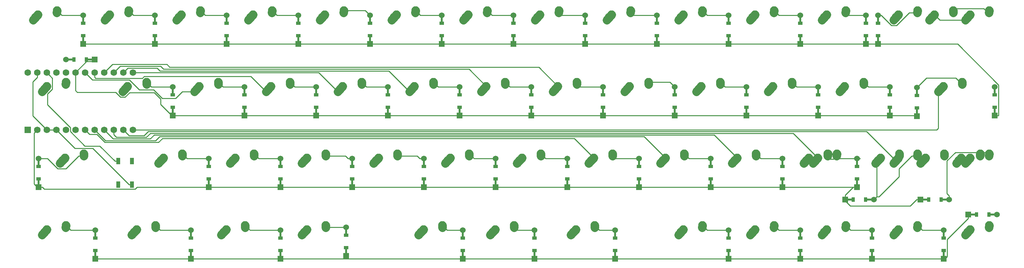
<source format=gbr>
G04 #@! TF.GenerationSoftware,KiCad,Pcbnew,(5.1.2)-1*
G04 #@! TF.CreationDate,2020-02-17T17:06:44-06:00*
G04 #@! TF.ProjectId,SL40,534c3430-2e6b-4696-9361-645f70636258,rev?*
G04 #@! TF.SameCoordinates,Original*
G04 #@! TF.FileFunction,Copper,L2,Bot*
G04 #@! TF.FilePolarity,Positive*
%FSLAX46Y46*%
G04 Gerber Fmt 4.6, Leading zero omitted, Abs format (unit mm)*
G04 Created by KiCad (PCBNEW (5.1.2)-1) date 2020-02-17 17:06:44*
%MOMM*%
%LPD*%
G04 APERTURE LIST*
%ADD10C,2.250000*%
%ADD11C,2.250000*%
%ADD12R,1.524000X0.500000*%
%ADD13C,1.524000*%
%ADD14R,1.524000X1.524000*%
%ADD15R,0.900000X1.200000*%
%ADD16R,1.200000X0.900000*%
%ADD17R,0.500000X1.524000*%
%ADD18R,1.100000X1.800000*%
%ADD19C,1.752600*%
%ADD20R,1.752600X1.752600*%
%ADD21C,0.250000*%
G04 APERTURE END LIST*
D10*
X262076527Y-96016269D03*
D11*
X262056250Y-96306250D02*
X262096804Y-95726288D01*
D10*
X262096250Y-95726250D03*
X256402519Y-97537390D03*
D11*
X255746250Y-98266250D02*
X257058788Y-96808530D01*
D10*
X257056250Y-96806250D03*
X268962500Y-96806250D03*
X268307501Y-97536250D03*
D11*
X267652500Y-98266250D02*
X268962502Y-96806250D01*
D10*
X274002500Y-95726250D03*
X273982500Y-96016250D03*
D11*
X273962500Y-96306250D02*
X274002500Y-95726250D01*
D12*
X237013750Y-107950000D03*
X242093750Y-107950000D03*
D13*
X243363750Y-107950000D03*
D14*
X235743750Y-107950000D03*
D15*
X241203750Y-107950000D03*
X237903750Y-107950000D03*
D10*
X231120277Y-96016269D03*
D11*
X231100000Y-96306250D02*
X231140554Y-95726288D01*
D10*
X231140000Y-95726250D03*
X225445001Y-97536250D03*
D11*
X224790000Y-98266250D02*
X226100002Y-96806250D01*
D10*
X226100000Y-96806250D03*
X245150000Y-96806250D03*
X244496269Y-97537390D03*
D11*
X243840000Y-98266250D02*
X245152538Y-96808530D01*
D10*
X250190000Y-95726250D03*
X250170000Y-96016250D03*
D11*
X250150000Y-96306250D02*
X250190000Y-95726250D01*
D10*
X266581250Y-96806250D03*
X265927519Y-97537390D03*
D11*
X265271250Y-98266250D02*
X266583788Y-96808530D01*
D10*
X271621250Y-95726250D03*
X271601250Y-96016250D03*
D11*
X271581250Y-96306250D02*
X271621250Y-95726250D01*
D16*
X103187500Y-120712500D03*
X103187500Y-117412500D03*
D14*
X103187500Y-122872500D03*
D13*
X103187500Y-115252500D03*
D17*
X103187500Y-116522500D03*
X103187500Y-121602500D03*
D16*
X134143750Y-121506250D03*
X134143750Y-118206250D03*
D14*
X134143750Y-123666250D03*
D13*
X134143750Y-116046250D03*
D17*
X134143750Y-117316250D03*
X134143750Y-122396250D03*
D10*
X164187500Y-115856250D03*
X163533769Y-116587390D03*
D11*
X162877500Y-117316250D02*
X164190038Y-115858530D01*
D10*
X169227500Y-114776250D03*
X169207500Y-115066250D03*
D11*
X169187500Y-115356250D02*
X169227500Y-114776250D01*
D16*
X174625000Y-121506250D03*
X174625000Y-118206250D03*
D14*
X174625000Y-123666250D03*
D13*
X174625000Y-116046250D03*
D17*
X174625000Y-117316250D03*
X174625000Y-122396250D03*
X204787500Y-122396250D03*
X204787500Y-117316250D03*
D13*
X204787500Y-116046250D03*
D14*
X204787500Y-123666250D03*
D16*
X204787500Y-118206250D03*
X204787500Y-121506250D03*
D10*
X123706250Y-115856250D03*
X123052519Y-116587390D03*
D11*
X122396250Y-117316250D02*
X123708788Y-115858530D01*
D10*
X128746250Y-114776250D03*
X128726250Y-115066250D03*
D11*
X128706250Y-115356250D02*
X128746250Y-114776250D01*
D10*
X97770000Y-115066250D03*
D11*
X97750000Y-115356250D02*
X97790000Y-114776250D01*
D10*
X97790000Y-114776250D03*
X92096269Y-116587390D03*
D11*
X91440000Y-117316250D02*
X92752538Y-115858530D01*
D10*
X92750000Y-115856250D03*
X192762500Y-115856250D03*
X192108769Y-116587390D03*
D11*
X191452500Y-117316250D02*
X192765038Y-115858530D01*
D10*
X197802500Y-114776250D03*
X197782500Y-115066250D03*
D11*
X197762500Y-115356250D02*
X197802500Y-114776250D01*
D10*
X259437500Y-58706250D03*
X258783769Y-59437390D03*
D11*
X258127500Y-60166250D02*
X259440038Y-58708530D01*
D10*
X264477500Y-57626250D03*
X264457777Y-57916269D03*
D11*
X264437500Y-58206250D02*
X264478054Y-57626288D01*
D17*
X33337500Y-65246250D03*
X33337500Y-60166250D03*
D13*
X33337500Y-58896250D03*
D14*
X33337500Y-66516250D03*
D16*
X33337500Y-61056250D03*
X33337500Y-64356250D03*
D17*
X52387500Y-65246250D03*
X52387500Y-60166250D03*
D13*
X52387500Y-58896250D03*
D14*
X52387500Y-66516250D03*
D16*
X52387500Y-61056250D03*
X52387500Y-64356250D03*
D17*
X71437500Y-65246250D03*
X71437500Y-60166250D03*
D13*
X71437500Y-58896250D03*
D14*
X71437500Y-66516250D03*
D16*
X71437500Y-61056250D03*
X71437500Y-64356250D03*
D17*
X90487500Y-65246250D03*
X90487500Y-60166250D03*
D13*
X90487500Y-58896250D03*
D14*
X90487500Y-66516250D03*
D16*
X90487500Y-61056250D03*
X90487500Y-64356250D03*
D17*
X109537500Y-65246250D03*
X109537500Y-60166250D03*
D13*
X109537500Y-58896250D03*
D14*
X109537500Y-66516250D03*
D16*
X109537500Y-61056250D03*
X109537500Y-64356250D03*
D17*
X128587500Y-65246250D03*
X128587500Y-60166250D03*
D13*
X128587500Y-58896250D03*
D14*
X128587500Y-66516250D03*
D16*
X128587500Y-61056250D03*
X128587500Y-64356250D03*
D17*
X147637500Y-65246250D03*
X147637500Y-60166250D03*
D13*
X147637500Y-58896250D03*
D14*
X147637500Y-66516250D03*
D16*
X147637500Y-61056250D03*
X147637500Y-64356250D03*
D17*
X166687500Y-65246250D03*
X166687500Y-60166250D03*
D13*
X166687500Y-58896250D03*
D14*
X166687500Y-66516250D03*
D16*
X166687500Y-61056250D03*
X166687500Y-64356250D03*
D17*
X185737500Y-65246250D03*
X185737500Y-60166250D03*
D13*
X185737500Y-58896250D03*
D14*
X185737500Y-66516250D03*
D16*
X185737500Y-61056250D03*
X185737500Y-64356250D03*
D17*
X204787500Y-65246250D03*
X204787500Y-60166250D03*
D13*
X204787500Y-58896250D03*
D14*
X204787500Y-66516250D03*
D16*
X204787500Y-61056250D03*
X204787500Y-64356250D03*
D17*
X223837500Y-65246250D03*
X223837500Y-60166250D03*
D13*
X223837500Y-58896250D03*
D14*
X223837500Y-66516250D03*
D16*
X223837500Y-61056250D03*
X223837500Y-64356250D03*
D17*
X241300000Y-65246250D03*
X241300000Y-60166250D03*
D13*
X241300000Y-58896250D03*
D14*
X241300000Y-66516250D03*
D16*
X241300000Y-61056250D03*
X241300000Y-64356250D03*
D17*
X244475000Y-65246250D03*
X244475000Y-60166250D03*
D13*
X244475000Y-58896250D03*
D14*
X244475000Y-66516250D03*
D16*
X244475000Y-61056250D03*
X244475000Y-64356250D03*
D17*
X275431250Y-84296250D03*
X275431250Y-79216250D03*
D13*
X275431250Y-77946250D03*
D14*
X275431250Y-85566250D03*
D16*
X275431250Y-80106250D03*
X275431250Y-83406250D03*
D12*
X35083750Y-70643750D03*
X30003750Y-70643750D03*
D13*
X28733750Y-70643750D03*
D14*
X36353750Y-70643750D03*
D15*
X30893750Y-70643750D03*
X34193750Y-70643750D03*
D17*
X57150000Y-84296250D03*
X57150000Y-79216250D03*
D13*
X57150000Y-77946250D03*
D14*
X57150000Y-85566250D03*
D16*
X57150000Y-80106250D03*
X57150000Y-83406250D03*
D17*
X76200000Y-84296250D03*
X76200000Y-79216250D03*
D13*
X76200000Y-77946250D03*
D14*
X76200000Y-85566250D03*
D16*
X76200000Y-80106250D03*
X76200000Y-83406250D03*
D17*
X95250000Y-84296250D03*
X95250000Y-79216250D03*
D13*
X95250000Y-77946250D03*
D14*
X95250000Y-85566250D03*
D16*
X95250000Y-80106250D03*
X95250000Y-83406250D03*
D17*
X133350000Y-84296250D03*
X133350000Y-79216250D03*
D13*
X133350000Y-77946250D03*
D14*
X133350000Y-85566250D03*
D16*
X133350000Y-80106250D03*
X133350000Y-83406250D03*
D17*
X152400000Y-84296250D03*
X152400000Y-79216250D03*
D13*
X152400000Y-77946250D03*
D14*
X152400000Y-85566250D03*
D16*
X152400000Y-80106250D03*
X152400000Y-83406250D03*
D17*
X171450000Y-84296250D03*
X171450000Y-79216250D03*
D13*
X171450000Y-77946250D03*
D14*
X171450000Y-85566250D03*
D16*
X171450000Y-80106250D03*
X171450000Y-83406250D03*
D17*
X190500000Y-84296250D03*
X190500000Y-79216250D03*
D13*
X190500000Y-77946250D03*
D14*
X190500000Y-85566250D03*
D16*
X190500000Y-80106250D03*
X190500000Y-83406250D03*
D17*
X209550000Y-84296250D03*
X209550000Y-79216250D03*
D13*
X209550000Y-77946250D03*
D14*
X209550000Y-85566250D03*
D16*
X209550000Y-80106250D03*
X209550000Y-83406250D03*
D17*
X228600000Y-84296250D03*
X228600000Y-79216250D03*
D13*
X228600000Y-77946250D03*
D14*
X228600000Y-85566250D03*
D16*
X228600000Y-80106250D03*
X228600000Y-83406250D03*
D17*
X247650000Y-84296250D03*
X247650000Y-79216250D03*
D13*
X247650000Y-77946250D03*
D14*
X247650000Y-85566250D03*
D16*
X247650000Y-80106250D03*
X247650000Y-83406250D03*
D17*
X254793750Y-84455000D03*
X254793750Y-79375000D03*
D13*
X254793750Y-78105000D03*
D14*
X254793750Y-85725000D03*
D16*
X254793750Y-80265000D03*
X254793750Y-83565000D03*
D17*
X21431250Y-103346250D03*
X21431250Y-98266250D03*
D13*
X21431250Y-96996250D03*
D14*
X21431250Y-104616250D03*
D16*
X21431250Y-99156250D03*
X21431250Y-102456250D03*
D17*
X66675000Y-103346250D03*
X66675000Y-98266250D03*
D13*
X66675000Y-96996250D03*
D14*
X66675000Y-104616250D03*
D16*
X66675000Y-99156250D03*
X66675000Y-102456250D03*
D17*
X85725000Y-103346250D03*
X85725000Y-98266250D03*
D13*
X85725000Y-96996250D03*
D14*
X85725000Y-104616250D03*
D16*
X85725000Y-99156250D03*
X85725000Y-102456250D03*
D17*
X104775000Y-103346250D03*
X104775000Y-98266250D03*
D13*
X104775000Y-96996250D03*
D14*
X104775000Y-104616250D03*
D16*
X104775000Y-99156250D03*
X104775000Y-102456250D03*
D17*
X123825000Y-103346250D03*
X123825000Y-98266250D03*
D13*
X123825000Y-96996250D03*
D14*
X123825000Y-104616250D03*
D16*
X123825000Y-99156250D03*
X123825000Y-102456250D03*
D17*
X142875000Y-103346250D03*
X142875000Y-98266250D03*
D13*
X142875000Y-96996250D03*
D14*
X142875000Y-104616250D03*
D16*
X142875000Y-99156250D03*
X142875000Y-102456250D03*
D17*
X161925000Y-103346250D03*
X161925000Y-98266250D03*
D13*
X161925000Y-96996250D03*
D14*
X161925000Y-104616250D03*
D16*
X161925000Y-99156250D03*
X161925000Y-102456250D03*
D17*
X180975000Y-103346250D03*
X180975000Y-98266250D03*
D13*
X180975000Y-96996250D03*
D14*
X180975000Y-104616250D03*
D16*
X180975000Y-99156250D03*
X180975000Y-102456250D03*
D17*
X200025000Y-103346250D03*
X200025000Y-98266250D03*
D13*
X200025000Y-96996250D03*
D14*
X200025000Y-104616250D03*
D16*
X200025000Y-99156250D03*
X200025000Y-102456250D03*
D17*
X219075000Y-103346250D03*
X219075000Y-98266250D03*
D13*
X219075000Y-96996250D03*
D14*
X219075000Y-104616250D03*
D16*
X219075000Y-99156250D03*
X219075000Y-102456250D03*
D17*
X238918750Y-103346250D03*
X238918750Y-98266250D03*
D13*
X238918750Y-96996250D03*
D14*
X238918750Y-104616250D03*
D16*
X238918750Y-99156250D03*
X238918750Y-102456250D03*
D12*
X257016250Y-107950000D03*
X262096250Y-107950000D03*
D13*
X263366250Y-107950000D03*
D14*
X255746250Y-107950000D03*
D15*
X261206250Y-107950000D03*
X257906250Y-107950000D03*
D17*
X36512500Y-122396250D03*
X36512500Y-117316250D03*
D13*
X36512500Y-116046250D03*
D14*
X36512500Y-123666250D03*
D16*
X36512500Y-118206250D03*
X36512500Y-121506250D03*
D17*
X61912500Y-122396250D03*
X61912500Y-117316250D03*
D13*
X61912500Y-116046250D03*
D14*
X61912500Y-123666250D03*
D16*
X61912500Y-118206250D03*
X61912500Y-121506250D03*
D17*
X85725000Y-122396250D03*
X85725000Y-117316250D03*
D13*
X85725000Y-116046250D03*
D14*
X85725000Y-123666250D03*
D16*
X85725000Y-118206250D03*
X85725000Y-121506250D03*
D17*
X153193750Y-122396250D03*
X153193750Y-117316250D03*
D13*
X153193750Y-116046250D03*
D14*
X153193750Y-123666250D03*
D16*
X153193750Y-118206250D03*
X153193750Y-121506250D03*
D17*
X223837500Y-122396250D03*
X223837500Y-117316250D03*
D13*
X223837500Y-116046250D03*
D14*
X223837500Y-123666250D03*
D16*
X223837500Y-118206250D03*
X223837500Y-121506250D03*
D17*
X242887500Y-122396250D03*
X242887500Y-117316250D03*
D13*
X242887500Y-116046250D03*
D14*
X242887500Y-123666250D03*
D16*
X242887500Y-118206250D03*
X242887500Y-121506250D03*
D17*
X261937500Y-122396250D03*
X261937500Y-117316250D03*
D13*
X261937500Y-116046250D03*
D14*
X261937500Y-123666250D03*
D16*
X261937500Y-118206250D03*
X261937500Y-121506250D03*
D12*
X269716250Y-111918750D03*
X274796250Y-111918750D03*
D13*
X276066250Y-111918750D03*
D14*
X268446250Y-111918750D03*
D15*
X273906250Y-111918750D03*
X270606250Y-111918750D03*
D17*
X114300000Y-84296250D03*
X114300000Y-79216250D03*
D13*
X114300000Y-77946250D03*
D14*
X114300000Y-85566250D03*
D16*
X114300000Y-80106250D03*
X114300000Y-83406250D03*
D10*
X21312500Y-58706250D03*
X20657501Y-59436250D03*
D11*
X20002500Y-60166250D02*
X21312502Y-58706250D01*
D10*
X26352500Y-57626250D03*
X26332500Y-57916250D03*
D11*
X26312500Y-58206250D02*
X26352500Y-57626250D01*
D10*
X40362500Y-58706250D03*
X39707501Y-59436250D03*
D11*
X39052500Y-60166250D02*
X40362502Y-58706250D01*
D10*
X45402500Y-57626250D03*
X45382500Y-57916250D03*
D11*
X45362500Y-58206250D02*
X45402500Y-57626250D01*
D10*
X59412500Y-58706250D03*
X58757501Y-59436250D03*
D11*
X58102500Y-60166250D02*
X59412502Y-58706250D01*
D10*
X64452500Y-57626250D03*
X64432500Y-57916250D03*
D11*
X64412500Y-58206250D02*
X64452500Y-57626250D01*
D10*
X78462500Y-58706250D03*
X77807501Y-59436250D03*
D11*
X77152500Y-60166250D02*
X78462502Y-58706250D01*
D10*
X83502500Y-57626250D03*
X83482500Y-57916250D03*
D11*
X83462500Y-58206250D02*
X83502500Y-57626250D01*
D10*
X97512500Y-58706250D03*
X96857501Y-59436250D03*
D11*
X96202500Y-60166250D02*
X97512502Y-58706250D01*
D10*
X102552500Y-57626250D03*
X102532500Y-57916250D03*
D11*
X102512500Y-58206250D02*
X102552500Y-57626250D01*
D10*
X116562500Y-58706250D03*
X115907501Y-59436250D03*
D11*
X115252500Y-60166250D02*
X116562502Y-58706250D01*
D10*
X121602500Y-57626250D03*
X121582500Y-57916250D03*
D11*
X121562500Y-58206250D02*
X121602500Y-57626250D01*
D10*
X135612500Y-58706250D03*
X134957501Y-59436250D03*
D11*
X134302500Y-60166250D02*
X135612502Y-58706250D01*
D10*
X140652500Y-57626250D03*
X140632500Y-57916250D03*
D11*
X140612500Y-58206250D02*
X140652500Y-57626250D01*
D10*
X154662500Y-58706250D03*
X154007501Y-59436250D03*
D11*
X153352500Y-60166250D02*
X154662502Y-58706250D01*
D10*
X159702500Y-57626250D03*
X159682500Y-57916250D03*
D11*
X159662500Y-58206250D02*
X159702500Y-57626250D01*
D10*
X173712500Y-58706250D03*
X173057501Y-59436250D03*
D11*
X172402500Y-60166250D02*
X173712502Y-58706250D01*
D10*
X178752500Y-57626250D03*
X178732500Y-57916250D03*
D11*
X178712500Y-58206250D02*
X178752500Y-57626250D01*
D10*
X192762500Y-58706250D03*
X192107501Y-59436250D03*
D11*
X191452500Y-60166250D02*
X192762502Y-58706250D01*
D10*
X197802500Y-57626250D03*
X197782500Y-57916250D03*
D11*
X197762500Y-58206250D02*
X197802500Y-57626250D01*
D10*
X211812500Y-58706250D03*
X211157501Y-59436250D03*
D11*
X210502500Y-60166250D02*
X211812502Y-58706250D01*
D10*
X216852500Y-57626250D03*
X216832500Y-57916250D03*
D11*
X216812500Y-58206250D02*
X216852500Y-57626250D01*
D10*
X230862500Y-58706250D03*
X230207501Y-59436250D03*
D11*
X229552500Y-60166250D02*
X230862502Y-58706250D01*
D10*
X235902500Y-57626250D03*
X235882500Y-57916250D03*
D11*
X235862500Y-58206250D02*
X235902500Y-57626250D01*
D10*
X249912500Y-58706250D03*
X249257501Y-59436250D03*
D11*
X248602500Y-60166250D02*
X249912502Y-58706250D01*
D10*
X254952500Y-57626250D03*
X254932500Y-57916250D03*
D11*
X254912500Y-58206250D02*
X254952500Y-57626250D01*
D10*
X268962500Y-58706250D03*
X268307501Y-59436250D03*
D11*
X267652500Y-60166250D02*
X268962502Y-58706250D01*
D10*
X274002500Y-57626250D03*
X273982500Y-57916250D03*
D11*
X273962500Y-58206250D02*
X274002500Y-57626250D01*
D10*
X23693750Y-77756250D03*
X23038751Y-78486250D03*
D11*
X22383750Y-79216250D02*
X23693752Y-77756250D01*
D10*
X28733750Y-76676250D03*
X28713750Y-76966250D03*
D11*
X28693750Y-77256250D02*
X28733750Y-76676250D01*
D10*
X45125000Y-77756250D03*
X44470001Y-78486250D03*
D11*
X43815000Y-79216250D02*
X45125002Y-77756250D01*
D10*
X50165000Y-76676250D03*
X50145000Y-76966250D03*
D11*
X50125000Y-77256250D02*
X50165000Y-76676250D01*
D10*
X64175000Y-77756250D03*
X63520001Y-78486250D03*
D11*
X62865000Y-79216250D02*
X64175002Y-77756250D01*
D10*
X69215000Y-76676250D03*
X69195000Y-76966250D03*
D11*
X69175000Y-77256250D02*
X69215000Y-76676250D01*
D10*
X83225000Y-77756250D03*
X82570001Y-78486250D03*
D11*
X81915000Y-79216250D02*
X83225002Y-77756250D01*
D10*
X88265000Y-76676250D03*
X88245000Y-76966250D03*
D11*
X88225000Y-77256250D02*
X88265000Y-76676250D01*
D10*
X102275000Y-77756250D03*
X101620001Y-78486250D03*
D11*
X100965000Y-79216250D02*
X102275002Y-77756250D01*
D10*
X107315000Y-76676250D03*
X107295000Y-76966250D03*
D11*
X107275000Y-77256250D02*
X107315000Y-76676250D01*
D10*
X121325000Y-77756250D03*
X120670001Y-78486250D03*
D11*
X120015000Y-79216250D02*
X121325002Y-77756250D01*
D10*
X126365000Y-76676250D03*
X126345000Y-76966250D03*
D11*
X126325000Y-77256250D02*
X126365000Y-76676250D01*
D10*
X140375000Y-77756250D03*
X139720001Y-78486250D03*
D11*
X139065000Y-79216250D02*
X140375002Y-77756250D01*
D10*
X145415000Y-76676250D03*
X145395000Y-76966250D03*
D11*
X145375000Y-77256250D02*
X145415000Y-76676250D01*
D10*
X159425000Y-77756250D03*
X158770001Y-78486250D03*
D11*
X158115000Y-79216250D02*
X159425002Y-77756250D01*
D10*
X164465000Y-76676250D03*
X164445000Y-76966250D03*
D11*
X164425000Y-77256250D02*
X164465000Y-76676250D01*
D10*
X178475000Y-77756250D03*
X177820001Y-78486250D03*
D11*
X177165000Y-79216250D02*
X178475002Y-77756250D01*
D10*
X183515000Y-76676250D03*
X183495000Y-76966250D03*
D11*
X183475000Y-77256250D02*
X183515000Y-76676250D01*
D10*
X197525000Y-77756250D03*
X196870001Y-78486250D03*
D11*
X196215000Y-79216250D02*
X197525002Y-77756250D01*
D10*
X202565000Y-76676250D03*
X202545000Y-76966250D03*
D11*
X202525000Y-77256250D02*
X202565000Y-76676250D01*
D10*
X216575000Y-77756250D03*
X215920001Y-78486250D03*
D11*
X215265000Y-79216250D02*
X216575002Y-77756250D01*
D10*
X221615000Y-76676250D03*
X221595000Y-76966250D03*
D11*
X221575000Y-77256250D02*
X221615000Y-76676250D01*
D10*
X235625000Y-77756250D03*
X234970001Y-78486250D03*
D11*
X234315000Y-79216250D02*
X235625002Y-77756250D01*
D10*
X240665000Y-76676250D03*
X240645000Y-76966250D03*
D11*
X240625000Y-77256250D02*
X240665000Y-76676250D01*
D10*
X261818750Y-77756250D03*
X261163751Y-78486250D03*
D11*
X260508750Y-79216250D02*
X261818752Y-77756250D01*
D10*
X266858750Y-76676250D03*
X266838750Y-76966250D03*
D11*
X266818750Y-77256250D02*
X266858750Y-76676250D01*
D10*
X28456250Y-96806250D03*
X27801251Y-97536250D03*
D11*
X27146250Y-98266250D02*
X28456252Y-96806250D01*
D10*
X33496250Y-95726250D03*
X33476250Y-96016250D03*
D11*
X33456250Y-96306250D02*
X33496250Y-95726250D01*
D10*
X54650000Y-96806250D03*
X53995001Y-97536250D03*
D11*
X53340000Y-98266250D02*
X54650002Y-96806250D01*
D10*
X59690000Y-95726250D03*
X59670000Y-96016250D03*
D11*
X59650000Y-96306250D02*
X59690000Y-95726250D01*
D10*
X73700000Y-96806250D03*
X73045001Y-97536250D03*
D11*
X72390000Y-98266250D02*
X73700002Y-96806250D01*
D10*
X78740000Y-95726250D03*
X78720000Y-96016250D03*
D11*
X78700000Y-96306250D02*
X78740000Y-95726250D01*
D10*
X92750000Y-96806250D03*
X92095001Y-97536250D03*
D11*
X91440000Y-98266250D02*
X92750002Y-96806250D01*
D10*
X97790000Y-95726250D03*
X97770000Y-96016250D03*
D11*
X97750000Y-96306250D02*
X97790000Y-95726250D01*
D10*
X111800000Y-96806250D03*
X111145001Y-97536250D03*
D11*
X110490000Y-98266250D02*
X111800002Y-96806250D01*
D10*
X116840000Y-95726250D03*
X116820000Y-96016250D03*
D11*
X116800000Y-96306250D02*
X116840000Y-95726250D01*
D10*
X130850000Y-96806250D03*
X130195001Y-97536250D03*
D11*
X129540000Y-98266250D02*
X130850002Y-96806250D01*
D10*
X135890000Y-95726250D03*
X135870000Y-96016250D03*
D11*
X135850000Y-96306250D02*
X135890000Y-95726250D01*
D10*
X149900000Y-96806250D03*
X149245001Y-97536250D03*
D11*
X148590000Y-98266250D02*
X149900002Y-96806250D01*
D10*
X154940000Y-95726250D03*
X154920000Y-96016250D03*
D11*
X154900000Y-96306250D02*
X154940000Y-95726250D01*
D10*
X168950000Y-96806250D03*
X168295001Y-97536250D03*
D11*
X167640000Y-98266250D02*
X168950002Y-96806250D01*
D10*
X173990000Y-95726250D03*
X173970000Y-96016250D03*
D11*
X173950000Y-96306250D02*
X173990000Y-95726250D01*
D10*
X188000000Y-96806250D03*
X187345001Y-97536250D03*
D11*
X186690000Y-98266250D02*
X188000002Y-96806250D01*
D10*
X193040000Y-95726250D03*
X193020000Y-96016250D03*
D11*
X193000000Y-96306250D02*
X193040000Y-95726250D01*
D10*
X207050000Y-96806250D03*
X206395001Y-97536250D03*
D11*
X205740000Y-98266250D02*
X207050002Y-96806250D01*
D10*
X212090000Y-95726250D03*
X212070000Y-96016250D03*
D11*
X212050000Y-96306250D02*
X212090000Y-95726250D01*
D10*
X228481250Y-96806250D03*
X227826251Y-97536250D03*
D11*
X227171250Y-98266250D02*
X228481252Y-96806250D01*
D10*
X233521250Y-95726250D03*
X233501250Y-96016250D03*
D11*
X233481250Y-96306250D02*
X233521250Y-95726250D01*
D10*
X249912500Y-96806250D03*
X249257501Y-97536250D03*
D11*
X248602500Y-98266250D02*
X249912502Y-96806250D01*
D10*
X254952500Y-95726250D03*
X254932500Y-96016250D03*
D11*
X254912500Y-96306250D02*
X254952500Y-95726250D01*
D10*
X23693750Y-115856250D03*
X23038751Y-116586250D03*
D11*
X22383750Y-117316250D02*
X23693752Y-115856250D01*
D10*
X28733750Y-114776250D03*
X28713750Y-115066250D03*
D11*
X28693750Y-115356250D02*
X28733750Y-114776250D01*
D10*
X47506250Y-115856250D03*
X46851251Y-116586250D03*
D11*
X46196250Y-117316250D02*
X47506252Y-115856250D01*
D10*
X52546250Y-114776250D03*
X52526250Y-115066250D03*
D11*
X52506250Y-115356250D02*
X52546250Y-114776250D01*
D10*
X71318750Y-115856250D03*
X70663751Y-116586250D03*
D11*
X70008750Y-117316250D02*
X71318752Y-115856250D01*
D10*
X76358750Y-114776250D03*
X76338750Y-115066250D03*
D11*
X76318750Y-115356250D02*
X76358750Y-114776250D01*
D10*
X142756250Y-115856250D03*
X142101251Y-116586250D03*
D11*
X141446250Y-117316250D02*
X142756252Y-115856250D01*
D10*
X147796250Y-114776250D03*
X147776250Y-115066250D03*
D11*
X147756250Y-115356250D02*
X147796250Y-114776250D01*
D10*
X211812500Y-115856250D03*
X211157501Y-116586250D03*
D11*
X210502500Y-117316250D02*
X211812502Y-115856250D01*
D10*
X216852500Y-114776250D03*
X216832500Y-115066250D03*
D11*
X216812500Y-115356250D02*
X216852500Y-114776250D01*
D10*
X230862500Y-115856250D03*
X230207501Y-116586250D03*
D11*
X229552500Y-117316250D02*
X230862502Y-115856250D01*
D10*
X235902500Y-114776250D03*
X235882500Y-115066250D03*
D11*
X235862500Y-115356250D02*
X235902500Y-114776250D01*
D10*
X249912500Y-115856250D03*
X249257501Y-116586250D03*
D11*
X248602500Y-117316250D02*
X249912502Y-115856250D01*
D10*
X254952500Y-114776250D03*
X254932500Y-115066250D03*
D11*
X254912500Y-115356250D02*
X254952500Y-114776250D01*
D10*
X268962500Y-115856250D03*
X268307501Y-116586250D03*
D11*
X267652500Y-117316250D02*
X268962502Y-115856250D01*
D10*
X274002500Y-114776250D03*
X273982500Y-115066250D03*
D11*
X273962500Y-115356250D02*
X274002500Y-114776250D01*
D18*
X46300000Y-97706250D03*
X42600000Y-103906250D03*
X42600000Y-97706250D03*
X46300000Y-103906250D03*
D19*
X18573750Y-74136250D03*
X46513750Y-89376250D03*
X21113750Y-74136250D03*
X23653750Y-74136250D03*
X26193750Y-74136250D03*
X28733750Y-74136250D03*
X31273750Y-74136250D03*
X33813750Y-74136250D03*
X36353750Y-74136250D03*
X38893750Y-74136250D03*
X41433750Y-74136250D03*
X43973750Y-74136250D03*
X46513750Y-74136250D03*
X43973750Y-89376250D03*
X41433750Y-89376250D03*
X38893750Y-89376250D03*
X36353750Y-89376250D03*
X33813750Y-89376250D03*
X31273750Y-89376250D03*
X28733750Y-89376250D03*
X26193750Y-89376250D03*
X23653750Y-89376250D03*
X21113750Y-89376250D03*
D20*
X18573750Y-89376250D03*
D21*
X170497500Y-116046250D02*
X169227500Y-114776250D01*
X174625000Y-116046250D02*
X170497500Y-116046250D01*
X199072500Y-116046250D02*
X197802500Y-114776250D01*
X204787500Y-116046250D02*
X199072500Y-116046250D01*
X97853750Y-115252500D02*
X97750000Y-115356250D01*
X103187500Y-115252500D02*
X97853750Y-115252500D01*
X130016250Y-116046250D02*
X128746250Y-114776250D01*
X134143750Y-116046250D02*
X130016250Y-116046250D01*
X33337500Y-66516250D02*
X52387500Y-66516250D01*
X52387500Y-66516250D02*
X71437500Y-66516250D01*
X71437500Y-66516250D02*
X90487500Y-66516250D01*
X90487500Y-66516250D02*
X109537500Y-66516250D01*
X110549500Y-66516250D02*
X128587500Y-66516250D01*
X109537500Y-66516250D02*
X110549500Y-66516250D01*
X128587500Y-66516250D02*
X147637500Y-66516250D01*
X147637500Y-66516250D02*
X166687500Y-66516250D01*
X166687500Y-66516250D02*
X185737500Y-66516250D01*
X186064502Y-66516250D02*
X204787500Y-66516250D01*
X185737500Y-66516250D02*
X186064502Y-66516250D01*
X204787500Y-66516250D02*
X223837500Y-66516250D01*
X223837500Y-66516250D02*
X242887500Y-66516250D01*
X243214502Y-66516250D02*
X261937500Y-66516250D01*
X242887500Y-66516250D02*
X243214502Y-66516250D01*
X276443250Y-85566250D02*
X275431250Y-85566250D01*
X276518251Y-85491249D02*
X276443250Y-85566250D01*
X276518251Y-77424489D02*
X276518251Y-85491249D01*
X265610012Y-66516250D02*
X276518251Y-77424489D01*
X261937500Y-66516250D02*
X265610012Y-66516250D01*
X27477499Y-58751249D02*
X26352500Y-57626250D01*
X27622500Y-58896250D02*
X27477499Y-58751249D01*
X33337500Y-58896250D02*
X27622500Y-58896250D01*
X46672500Y-58896250D02*
X45402500Y-57626250D01*
X52387500Y-58896250D02*
X46672500Y-58896250D01*
X65032500Y-58206250D02*
X64412500Y-58206250D01*
X65722500Y-58896250D02*
X65032500Y-58206250D01*
X71437500Y-58896250D02*
X65722500Y-58896250D01*
X84082500Y-58206250D02*
X83462500Y-58206250D01*
X84772500Y-58896250D02*
X84082500Y-58206250D01*
X90487500Y-58896250D02*
X84772500Y-58896250D01*
X108267500Y-57626250D02*
X102552500Y-57626250D01*
X109537500Y-58896250D02*
X108267500Y-57626250D01*
X122727499Y-58751249D02*
X121602500Y-57626250D01*
X122872500Y-58896250D02*
X122727499Y-58751249D01*
X128587500Y-58896250D02*
X122872500Y-58896250D01*
X141232500Y-58206250D02*
X140612500Y-58206250D01*
X141922500Y-58896250D02*
X141232500Y-58206250D01*
X147637500Y-58896250D02*
X141922500Y-58896250D01*
X160352500Y-58896250D02*
X159662500Y-58206250D01*
X166687500Y-58896250D02*
X160352500Y-58896250D01*
X179402500Y-58896250D02*
X178712500Y-58206250D01*
X185737500Y-58896250D02*
X179402500Y-58896250D01*
X199072500Y-58896250D02*
X197802500Y-57626250D01*
X204787500Y-58896250D02*
X199072500Y-58896250D01*
X218122500Y-58896250D02*
X216852500Y-57626250D01*
X223837500Y-58896250D02*
X218122500Y-58896250D01*
X236552500Y-58896250D02*
X235862500Y-58206250D01*
X241300000Y-58896250D02*
X236552500Y-58896250D01*
X252781510Y-58206250D02*
X254912500Y-58206250D01*
X249372119Y-61615641D02*
X252781510Y-58206250D01*
X248003593Y-61615641D02*
X249372119Y-61615641D01*
X245284202Y-58896250D02*
X248003593Y-61615641D01*
X244475000Y-58896250D02*
X245284202Y-58896250D01*
X273623978Y-58206250D02*
X273962500Y-58206250D01*
X272567728Y-57150000D02*
X273623978Y-58206250D01*
X265493750Y-57150000D02*
X272567728Y-57150000D01*
X264437500Y-58206250D02*
X265493750Y-57150000D01*
X57150000Y-85566250D02*
X76200000Y-85566250D01*
X76200000Y-85566250D02*
X95250000Y-85566250D01*
X95250000Y-85566250D02*
X114300000Y-85566250D01*
X114627002Y-85566250D02*
X133350000Y-85566250D01*
X114300000Y-85566250D02*
X114627002Y-85566250D01*
X152727002Y-85566250D02*
X152400000Y-85566250D01*
X133350000Y-85566250D02*
X152727002Y-85566250D01*
X152400000Y-85566250D02*
X171450000Y-85566250D01*
X171450000Y-85566250D02*
X190500000Y-85566250D01*
X190500000Y-85566250D02*
X209550000Y-85566250D01*
X209550000Y-85566250D02*
X228927002Y-85566250D01*
X228927002Y-85566250D02*
X247650000Y-85566250D01*
X228600000Y-85566250D02*
X228927002Y-85566250D01*
X254635000Y-85566250D02*
X254793750Y-85725000D01*
X247650000Y-85566250D02*
X254635000Y-85566250D01*
X36353750Y-70970752D02*
X36353750Y-70643750D01*
X36105751Y-71218751D02*
X36353750Y-70970752D01*
X34191249Y-71218751D02*
X36105751Y-71218751D01*
X31273750Y-74136250D02*
X34191249Y-71218751D01*
X43216093Y-80665641D02*
X41925452Y-79375000D01*
X44413907Y-80665641D02*
X43216093Y-80665641D01*
X57150000Y-85566250D02*
X56822998Y-85566250D01*
X53905001Y-82648253D02*
X53905001Y-81180249D01*
X53905001Y-81180249D02*
X52162101Y-79437349D01*
X56822998Y-85566250D02*
X53905001Y-82648253D01*
X52162101Y-79437349D02*
X45642199Y-79437349D01*
X45642199Y-79437349D02*
X44413907Y-80665641D01*
X41925452Y-79375000D02*
X31750000Y-79375000D01*
X31273750Y-78898750D02*
X31273750Y-74136250D01*
X31750000Y-79375000D02*
X31273750Y-78898750D01*
X51435000Y-77946250D02*
X50165000Y-76676250D01*
X57150000Y-77946250D02*
X51435000Y-77946250D01*
X70485000Y-77946250D02*
X69215000Y-76676250D01*
X76200000Y-77946250D02*
X70485000Y-77946250D01*
X88845000Y-77256250D02*
X88225000Y-77256250D01*
X89535000Y-77946250D02*
X88845000Y-77256250D01*
X95250000Y-77946250D02*
X89535000Y-77946250D01*
X108585000Y-77946250D02*
X107315000Y-76676250D01*
X114300000Y-77946250D02*
X108585000Y-77946250D01*
X126945000Y-77256250D02*
X126325000Y-77256250D01*
X127635000Y-77946250D02*
X126945000Y-77256250D01*
X133350000Y-77946250D02*
X127635000Y-77946250D01*
X146685000Y-77946250D02*
X145415000Y-76676250D01*
X152400000Y-77946250D02*
X146685000Y-77946250D01*
X165115000Y-77946250D02*
X171450000Y-77946250D01*
X164425000Y-77256250D02*
X165115000Y-77946250D01*
X185105990Y-76676250D02*
X183515000Y-76676250D01*
X189230000Y-76676250D02*
X185105990Y-76676250D01*
X190500000Y-77946250D02*
X189230000Y-76676250D01*
X203689999Y-77801249D02*
X202565000Y-76676250D01*
X203835000Y-77946250D02*
X203689999Y-77801249D01*
X209550000Y-77946250D02*
X203835000Y-77946250D01*
X222885000Y-77946250D02*
X221615000Y-76676250D01*
X228600000Y-77946250D02*
X222885000Y-77946250D01*
X241789999Y-77801249D02*
X240665000Y-76676250D01*
X241935000Y-77946250D02*
X241789999Y-77801249D01*
X247650000Y-77946250D02*
X241935000Y-77946250D01*
X265113751Y-75551251D02*
X266818750Y-77256250D01*
X257347499Y-75551251D02*
X265113751Y-75551251D01*
X254793750Y-78105000D02*
X257347499Y-75551251D01*
X23827952Y-96996250D02*
X21431250Y-96996250D01*
X26547343Y-99715641D02*
X23827952Y-96996250D01*
X28742861Y-99715641D02*
X26547343Y-99715641D01*
X33456250Y-96306250D02*
X32152252Y-96306250D01*
X32152252Y-96306250D02*
X28742861Y-99715641D01*
X218063000Y-104616250D02*
X200025000Y-104616250D01*
X219075000Y-104616250D02*
X218063000Y-104616250D01*
X200025000Y-104616250D02*
X180975000Y-104616250D01*
X180647998Y-104616250D02*
X161925000Y-104616250D01*
X180975000Y-104616250D02*
X180647998Y-104616250D01*
X161597998Y-104616250D02*
X142875000Y-104616250D01*
X161925000Y-104616250D02*
X161597998Y-104616250D01*
X126692002Y-104616250D02*
X123825000Y-104616250D01*
X142875000Y-104616250D02*
X126692002Y-104616250D01*
X122813000Y-104616250D02*
X104775000Y-104616250D01*
X123825000Y-104616250D02*
X122813000Y-104616250D01*
X104447998Y-104616250D02*
X85725000Y-104616250D01*
X104775000Y-104616250D02*
X104447998Y-104616250D01*
X85397998Y-104616250D02*
X66675000Y-104616250D01*
X85725000Y-104616250D02*
X85397998Y-104616250D01*
X22443250Y-104616250D02*
X21431250Y-104616250D01*
X22958251Y-105131251D02*
X22443250Y-104616250D01*
X47110001Y-105131251D02*
X22958251Y-105131251D01*
X47625002Y-104616250D02*
X47110001Y-105131251D01*
X66675000Y-104616250D02*
X47625002Y-104616250D01*
X20237451Y-90252549D02*
X21113750Y-89376250D01*
X20237451Y-103749453D02*
X20237451Y-90252549D01*
X21104248Y-104616250D02*
X20237451Y-103749453D01*
X21431250Y-104616250D02*
X21104248Y-104616250D01*
X60960000Y-96996250D02*
X59690000Y-95726250D01*
X66675000Y-96996250D02*
X60960000Y-96996250D01*
X80010000Y-96996250D02*
X78740000Y-95726250D01*
X85725000Y-96996250D02*
X80010000Y-96996250D01*
X103007370Y-96306250D02*
X97750000Y-96306250D01*
X103697370Y-96996250D02*
X103007370Y-96306250D01*
X104775000Y-96996250D02*
X103697370Y-96996250D01*
X122057370Y-96306250D02*
X116800000Y-96306250D01*
X122747370Y-96996250D02*
X122057370Y-96306250D01*
X123825000Y-96996250D02*
X122747370Y-96996250D01*
X137014999Y-96851249D02*
X135890000Y-95726250D01*
X137160000Y-96996250D02*
X137014999Y-96851249D01*
X142875000Y-96996250D02*
X137160000Y-96996250D01*
X156210000Y-96996250D02*
X154940000Y-95726250D01*
X161925000Y-96996250D02*
X156210000Y-96996250D01*
X174640000Y-96996250D02*
X180975000Y-96996250D01*
X173950000Y-96306250D02*
X174640000Y-96996250D01*
X193620000Y-96306250D02*
X193000000Y-96306250D01*
X194310000Y-96996250D02*
X193620000Y-96306250D01*
X200025000Y-96996250D02*
X194310000Y-96996250D01*
X212670000Y-96306250D02*
X212050000Y-96306250D01*
X213360000Y-96996250D02*
X212670000Y-96306250D01*
X219075000Y-96996250D02*
X213360000Y-96996250D01*
X234171250Y-96996250D02*
X233481250Y-96306250D01*
X239712500Y-96996250D02*
X234171250Y-96996250D01*
X231836001Y-97176251D02*
X231100000Y-97176251D01*
X233481250Y-96306250D02*
X232611249Y-97176251D01*
X232611249Y-97176251D02*
X231836001Y-97176251D01*
X254912500Y-96306250D02*
X255602500Y-96996250D01*
X262699499Y-96234251D02*
X261937500Y-96996250D01*
X235743750Y-106938000D02*
X235743750Y-107950000D01*
X235743750Y-106779250D02*
X235743750Y-106938000D01*
X237906750Y-104616250D02*
X235743750Y-106779250D01*
X238918750Y-104616250D02*
X237906750Y-104616250D01*
X254734250Y-107950000D02*
X255746250Y-107950000D01*
X253043999Y-109640251D02*
X254734250Y-107950000D01*
X237106999Y-109640251D02*
X253043999Y-109640251D01*
X235743750Y-108277002D02*
X237106999Y-109640251D01*
X235743750Y-107950000D02*
X235743750Y-108277002D01*
X219075000Y-104616250D02*
X238918750Y-104616250D01*
X244125749Y-98551999D02*
X244125749Y-107188001D01*
X243840000Y-98266250D02*
X244125749Y-98551999D01*
X253480526Y-96306250D02*
X254912500Y-96306250D01*
X250093599Y-99693177D02*
X253480526Y-96306250D01*
X250093599Y-101794625D02*
X250093599Y-99693177D01*
X244700223Y-107188001D02*
X250093599Y-101794625D01*
X244125749Y-107188001D02*
X244700223Y-107188001D01*
X243363750Y-107950000D02*
X244125749Y-107188001D01*
X273962500Y-96306250D02*
X273012499Y-95356249D01*
X273012499Y-95356249D02*
X269981249Y-95356249D01*
X263366250Y-106872370D02*
X263366250Y-107950000D01*
X262801249Y-106307369D02*
X263366250Y-106872370D01*
X262801249Y-97611635D02*
X262801249Y-106307369D01*
X265056635Y-95356249D02*
X262801249Y-97611635D01*
X269981249Y-95356249D02*
X265056635Y-95356249D01*
X30003750Y-116046250D02*
X28733750Y-114776250D01*
X36512500Y-116046250D02*
X30003750Y-116046250D01*
X36512500Y-123666250D02*
X61912500Y-123666250D01*
X61912500Y-123666250D02*
X85725000Y-123666250D01*
X85725000Y-123666250D02*
X154781250Y-123666250D01*
X194817672Y-123666250D02*
X223837500Y-123666250D01*
X154781250Y-123666250D02*
X194817672Y-123666250D01*
X224164502Y-123666250D02*
X242887500Y-123666250D01*
X223837500Y-123666250D02*
X224164502Y-123666250D01*
X242887500Y-123666250D02*
X261937500Y-123666250D01*
X268446250Y-112930750D02*
X268446250Y-111918750D01*
X262862501Y-118514499D02*
X268446250Y-112930750D01*
X262862501Y-123068251D02*
X262862501Y-118514499D01*
X262264502Y-123666250D02*
X262862501Y-123068251D01*
X261937500Y-123666250D02*
X262264502Y-123666250D01*
X53816250Y-116046250D02*
X52546250Y-114776250D01*
X61912500Y-116046250D02*
X53816250Y-116046250D01*
X77483749Y-115901249D02*
X76358750Y-114776250D01*
X77628750Y-116046250D02*
X77483749Y-115901249D01*
X85725000Y-116046250D02*
X77628750Y-116046250D01*
X148336250Y-114776250D02*
X147756250Y-115356250D01*
X148446250Y-116046250D02*
X153193750Y-116046250D01*
X147756250Y-115356250D02*
X148446250Y-116046250D01*
X218122500Y-116046250D02*
X216852500Y-114776250D01*
X223837500Y-116046250D02*
X218122500Y-116046250D01*
X237172500Y-116046250D02*
X235902500Y-114776250D01*
X242887500Y-116046250D02*
X237172500Y-116046250D01*
X255532500Y-115356250D02*
X254912500Y-115356250D01*
X256222500Y-116046250D02*
X255532500Y-115356250D01*
X261937500Y-116046250D02*
X256222500Y-116046250D01*
X48218346Y-78703594D02*
X45625852Y-76111100D01*
X52064756Y-78703594D02*
X48218346Y-78703594D01*
X54355010Y-80993848D02*
X52064756Y-78703594D01*
X57897403Y-80993849D02*
X54355010Y-80993848D01*
X62865000Y-79216250D02*
X59675002Y-79216250D01*
X59675002Y-79216250D02*
X57897403Y-80993849D01*
X35788600Y-76111100D02*
X33813750Y-74136250D01*
X45625852Y-76111100D02*
X35788600Y-76111100D01*
X36353750Y-75375525D02*
X36632125Y-75653900D01*
X36353750Y-74136250D02*
X36353750Y-75375525D01*
X49041348Y-75653900D02*
X49523948Y-75171300D01*
X36632125Y-75653900D02*
X49041348Y-75653900D01*
X77870050Y-75171300D02*
X81915000Y-79216250D01*
X49523948Y-75171300D02*
X77870050Y-75171300D01*
X95885000Y-74136250D02*
X100965000Y-79216250D01*
X46513750Y-74136250D02*
X95885000Y-74136250D01*
X45175051Y-72934949D02*
X52957849Y-72934949D01*
X43973750Y-74136250D02*
X45175051Y-72934949D01*
X114484990Y-73686240D02*
X120015000Y-79216250D01*
X53709140Y-73686240D02*
X114484990Y-73686240D01*
X52957849Y-72934949D02*
X53709140Y-73686240D01*
X41433750Y-74136250D02*
X43154600Y-72415400D01*
X43154600Y-72415400D02*
X53860700Y-72415400D01*
X53860700Y-72415400D02*
X54635400Y-73190100D01*
X135808850Y-73190100D02*
X140375000Y-77756250D01*
X54635400Y-73190100D02*
X135808850Y-73190100D01*
X154363550Y-72694800D02*
X159425000Y-77756250D01*
X56299100Y-72694800D02*
X154363550Y-72694800D01*
X55549800Y-71945500D02*
X56299100Y-72694800D01*
X38893750Y-74136250D02*
X41084500Y-71945500D01*
X41084500Y-71945500D02*
X55549800Y-71945500D01*
X36918641Y-90577551D02*
X39051090Y-92710000D01*
X33813750Y-89376250D02*
X35015051Y-90577551D01*
X35015051Y-90577551D02*
X36918641Y-90577551D01*
X39051090Y-92710000D02*
X53297700Y-92710000D01*
X53297700Y-92710000D02*
X54364500Y-91643200D01*
X163786950Y-91643200D02*
X168950000Y-96806250D01*
X54364500Y-91643200D02*
X163786950Y-91643200D01*
X39221429Y-92243929D02*
X52536071Y-92243929D01*
X36353750Y-89376250D02*
X39221429Y-92243929D01*
X52536071Y-92243929D02*
X53603710Y-91176290D01*
X182370040Y-91176290D02*
X186799350Y-95605600D01*
X53603710Y-91176290D02*
X182370040Y-91176290D01*
X186799350Y-95605600D02*
X188000000Y-96806250D01*
X200970030Y-90726280D02*
X207050000Y-96806250D01*
X52174120Y-90726280D02*
X200970030Y-90726280D01*
X51106481Y-91793919D02*
X52174120Y-90726280D01*
X38893750Y-89376250D02*
X41311419Y-91793919D01*
X41311419Y-91793919D02*
X51106481Y-91793919D01*
X50095990Y-91343910D02*
X51163630Y-90276270D01*
X42162135Y-91343910D02*
X50095990Y-91343910D01*
X41433750Y-89376250D02*
X41433750Y-90615525D01*
X41433750Y-90615525D02*
X42162135Y-91343910D01*
X221951270Y-90276270D02*
X228481250Y-96806250D01*
X51163630Y-90276270D02*
X221951270Y-90276270D01*
X43973750Y-89376250D02*
X45491400Y-90893900D01*
X45491400Y-90893900D02*
X49479200Y-90893900D01*
X49479200Y-90893900D02*
X50546840Y-89826260D01*
X241432510Y-89826260D02*
X241300000Y-89826260D01*
X248602500Y-96996250D02*
X241432510Y-89826260D01*
X248602500Y-98266250D02*
X248602500Y-96996250D01*
X50546840Y-89826260D02*
X241300000Y-89826260D01*
X46513750Y-89376250D02*
X260051550Y-89376250D01*
X260438751Y-79286249D02*
X260508750Y-79216250D01*
X260438751Y-88989049D02*
X260438751Y-79286249D01*
X260051550Y-89376250D02*
X260438751Y-88989049D01*
X260897500Y-60166250D02*
X259437500Y-58706250D01*
X267652500Y-60166250D02*
X260897500Y-60166250D01*
X23653750Y-89376250D02*
X26193750Y-89376250D01*
X45500000Y-103906250D02*
X46300000Y-103906250D01*
X35869999Y-94276249D02*
X45500000Y-103906250D01*
X31093749Y-94276249D02*
X35869999Y-94276249D01*
X26193750Y-89376250D02*
X31093749Y-94276249D01*
X22777451Y-88499951D02*
X23653750Y-89376250D01*
X19913749Y-85636249D02*
X22777451Y-88499951D01*
X19913749Y-76575526D02*
X19913749Y-85636249D01*
X21113750Y-75375525D02*
X19913749Y-76575526D01*
X21113750Y-74136250D02*
X21113750Y-75375525D01*
X41800000Y-97706250D02*
X37756250Y-93662500D01*
X42600000Y-97706250D02*
X41800000Y-97706250D01*
X24530049Y-75012549D02*
X23653750Y-74136250D01*
X25143751Y-75626251D02*
X24530049Y-75012549D01*
X25143751Y-78504547D02*
X25143751Y-75626251D01*
X23812500Y-79835798D02*
X25143751Y-78504547D01*
X23812500Y-82677074D02*
X23812500Y-79835798D01*
X29935051Y-88799625D02*
X23812500Y-82677074D01*
X29935051Y-89815477D02*
X29935051Y-88799625D01*
X33782074Y-93662500D02*
X29935051Y-89815477D01*
X37756250Y-93662500D02*
X33782074Y-93662500D01*
M02*

</source>
